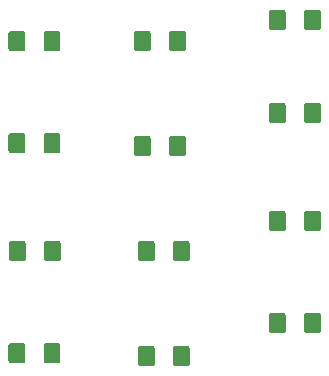
<source format=gbr>
G04 #@! TF.GenerationSoftware,KiCad,Pcbnew,5.0.2-bee76a0~70~ubuntu18.04.1*
G04 #@! TF.CreationDate,2019-02-08T11:17:56-07:00*
G04 #@! TF.ProjectId,driver,64726976-6572-42e6-9b69-6361645f7063,rev?*
G04 #@! TF.SameCoordinates,Original*
G04 #@! TF.FileFunction,Paste,Bot*
G04 #@! TF.FilePolarity,Positive*
%FSLAX46Y46*%
G04 Gerber Fmt 4.6, Leading zero omitted, Abs format (unit mm)*
G04 Created by KiCad (PCBNEW 5.0.2-bee76a0~70~ubuntu18.04.1) date Fri 08 Feb 2019 11:17:56 AM MST*
%MOMM*%
%LPD*%
G01*
G04 APERTURE LIST*
%ADD10C,0.100000*%
%ADD11C,1.425000*%
G04 APERTURE END LIST*
D10*
G04 #@! TO.C,R4*
G36*
X99764504Y-134762204D02*
X99788773Y-134765804D01*
X99812571Y-134771765D01*
X99835671Y-134780030D01*
X99857849Y-134790520D01*
X99878893Y-134803133D01*
X99898598Y-134817747D01*
X99916777Y-134834223D01*
X99933253Y-134852402D01*
X99947867Y-134872107D01*
X99960480Y-134893151D01*
X99970970Y-134915329D01*
X99979235Y-134938429D01*
X99985196Y-134962227D01*
X99988796Y-134986496D01*
X99990000Y-135011000D01*
X99990000Y-136261000D01*
X99988796Y-136285504D01*
X99985196Y-136309773D01*
X99979235Y-136333571D01*
X99970970Y-136356671D01*
X99960480Y-136378849D01*
X99947867Y-136399893D01*
X99933253Y-136419598D01*
X99916777Y-136437777D01*
X99898598Y-136454253D01*
X99878893Y-136468867D01*
X99857849Y-136481480D01*
X99835671Y-136491970D01*
X99812571Y-136500235D01*
X99788773Y-136506196D01*
X99764504Y-136509796D01*
X99740000Y-136511000D01*
X98815000Y-136511000D01*
X98790496Y-136509796D01*
X98766227Y-136506196D01*
X98742429Y-136500235D01*
X98719329Y-136491970D01*
X98697151Y-136481480D01*
X98676107Y-136468867D01*
X98656402Y-136454253D01*
X98638223Y-136437777D01*
X98621747Y-136419598D01*
X98607133Y-136399893D01*
X98594520Y-136378849D01*
X98584030Y-136356671D01*
X98575765Y-136333571D01*
X98569804Y-136309773D01*
X98566204Y-136285504D01*
X98565000Y-136261000D01*
X98565000Y-135011000D01*
X98566204Y-134986496D01*
X98569804Y-134962227D01*
X98575765Y-134938429D01*
X98584030Y-134915329D01*
X98594520Y-134893151D01*
X98607133Y-134872107D01*
X98621747Y-134852402D01*
X98638223Y-134834223D01*
X98656402Y-134817747D01*
X98676107Y-134803133D01*
X98697151Y-134790520D01*
X98719329Y-134780030D01*
X98742429Y-134771765D01*
X98766227Y-134765804D01*
X98790496Y-134762204D01*
X98815000Y-134761000D01*
X99740000Y-134761000D01*
X99764504Y-134762204D01*
X99764504Y-134762204D01*
G37*
D11*
X99277500Y-135636000D03*
D10*
G36*
X96789504Y-134762204D02*
X96813773Y-134765804D01*
X96837571Y-134771765D01*
X96860671Y-134780030D01*
X96882849Y-134790520D01*
X96903893Y-134803133D01*
X96923598Y-134817747D01*
X96941777Y-134834223D01*
X96958253Y-134852402D01*
X96972867Y-134872107D01*
X96985480Y-134893151D01*
X96995970Y-134915329D01*
X97004235Y-134938429D01*
X97010196Y-134962227D01*
X97013796Y-134986496D01*
X97015000Y-135011000D01*
X97015000Y-136261000D01*
X97013796Y-136285504D01*
X97010196Y-136309773D01*
X97004235Y-136333571D01*
X96995970Y-136356671D01*
X96985480Y-136378849D01*
X96972867Y-136399893D01*
X96958253Y-136419598D01*
X96941777Y-136437777D01*
X96923598Y-136454253D01*
X96903893Y-136468867D01*
X96882849Y-136481480D01*
X96860671Y-136491970D01*
X96837571Y-136500235D01*
X96813773Y-136506196D01*
X96789504Y-136509796D01*
X96765000Y-136511000D01*
X95840000Y-136511000D01*
X95815496Y-136509796D01*
X95791227Y-136506196D01*
X95767429Y-136500235D01*
X95744329Y-136491970D01*
X95722151Y-136481480D01*
X95701107Y-136468867D01*
X95681402Y-136454253D01*
X95663223Y-136437777D01*
X95646747Y-136419598D01*
X95632133Y-136399893D01*
X95619520Y-136378849D01*
X95609030Y-136356671D01*
X95600765Y-136333571D01*
X95594804Y-136309773D01*
X95591204Y-136285504D01*
X95590000Y-136261000D01*
X95590000Y-135011000D01*
X95591204Y-134986496D01*
X95594804Y-134962227D01*
X95600765Y-134938429D01*
X95609030Y-134915329D01*
X95619520Y-134893151D01*
X95632133Y-134872107D01*
X95646747Y-134852402D01*
X95663223Y-134834223D01*
X95681402Y-134817747D01*
X95701107Y-134803133D01*
X95722151Y-134790520D01*
X95744329Y-134780030D01*
X95767429Y-134771765D01*
X95791227Y-134765804D01*
X95815496Y-134762204D01*
X95840000Y-134761000D01*
X96765000Y-134761000D01*
X96789504Y-134762204D01*
X96789504Y-134762204D01*
G37*
D11*
X96302500Y-135636000D03*
G04 #@! TD*
D10*
G04 #@! TO.C,R5*
G36*
X107748004Y-135016204D02*
X107772273Y-135019804D01*
X107796071Y-135025765D01*
X107819171Y-135034030D01*
X107841349Y-135044520D01*
X107862393Y-135057133D01*
X107882098Y-135071747D01*
X107900277Y-135088223D01*
X107916753Y-135106402D01*
X107931367Y-135126107D01*
X107943980Y-135147151D01*
X107954470Y-135169329D01*
X107962735Y-135192429D01*
X107968696Y-135216227D01*
X107972296Y-135240496D01*
X107973500Y-135265000D01*
X107973500Y-136515000D01*
X107972296Y-136539504D01*
X107968696Y-136563773D01*
X107962735Y-136587571D01*
X107954470Y-136610671D01*
X107943980Y-136632849D01*
X107931367Y-136653893D01*
X107916753Y-136673598D01*
X107900277Y-136691777D01*
X107882098Y-136708253D01*
X107862393Y-136722867D01*
X107841349Y-136735480D01*
X107819171Y-136745970D01*
X107796071Y-136754235D01*
X107772273Y-136760196D01*
X107748004Y-136763796D01*
X107723500Y-136765000D01*
X106798500Y-136765000D01*
X106773996Y-136763796D01*
X106749727Y-136760196D01*
X106725929Y-136754235D01*
X106702829Y-136745970D01*
X106680651Y-136735480D01*
X106659607Y-136722867D01*
X106639902Y-136708253D01*
X106621723Y-136691777D01*
X106605247Y-136673598D01*
X106590633Y-136653893D01*
X106578020Y-136632849D01*
X106567530Y-136610671D01*
X106559265Y-136587571D01*
X106553304Y-136563773D01*
X106549704Y-136539504D01*
X106548500Y-136515000D01*
X106548500Y-135265000D01*
X106549704Y-135240496D01*
X106553304Y-135216227D01*
X106559265Y-135192429D01*
X106567530Y-135169329D01*
X106578020Y-135147151D01*
X106590633Y-135126107D01*
X106605247Y-135106402D01*
X106621723Y-135088223D01*
X106639902Y-135071747D01*
X106659607Y-135057133D01*
X106680651Y-135044520D01*
X106702829Y-135034030D01*
X106725929Y-135025765D01*
X106749727Y-135019804D01*
X106773996Y-135016204D01*
X106798500Y-135015000D01*
X107723500Y-135015000D01*
X107748004Y-135016204D01*
X107748004Y-135016204D01*
G37*
D11*
X107261000Y-135890000D03*
D10*
G36*
X110723004Y-135016204D02*
X110747273Y-135019804D01*
X110771071Y-135025765D01*
X110794171Y-135034030D01*
X110816349Y-135044520D01*
X110837393Y-135057133D01*
X110857098Y-135071747D01*
X110875277Y-135088223D01*
X110891753Y-135106402D01*
X110906367Y-135126107D01*
X110918980Y-135147151D01*
X110929470Y-135169329D01*
X110937735Y-135192429D01*
X110943696Y-135216227D01*
X110947296Y-135240496D01*
X110948500Y-135265000D01*
X110948500Y-136515000D01*
X110947296Y-136539504D01*
X110943696Y-136563773D01*
X110937735Y-136587571D01*
X110929470Y-136610671D01*
X110918980Y-136632849D01*
X110906367Y-136653893D01*
X110891753Y-136673598D01*
X110875277Y-136691777D01*
X110857098Y-136708253D01*
X110837393Y-136722867D01*
X110816349Y-136735480D01*
X110794171Y-136745970D01*
X110771071Y-136754235D01*
X110747273Y-136760196D01*
X110723004Y-136763796D01*
X110698500Y-136765000D01*
X109773500Y-136765000D01*
X109748996Y-136763796D01*
X109724727Y-136760196D01*
X109700929Y-136754235D01*
X109677829Y-136745970D01*
X109655651Y-136735480D01*
X109634607Y-136722867D01*
X109614902Y-136708253D01*
X109596723Y-136691777D01*
X109580247Y-136673598D01*
X109565633Y-136653893D01*
X109553020Y-136632849D01*
X109542530Y-136610671D01*
X109534265Y-136587571D01*
X109528304Y-136563773D01*
X109524704Y-136539504D01*
X109523500Y-136515000D01*
X109523500Y-135265000D01*
X109524704Y-135240496D01*
X109528304Y-135216227D01*
X109534265Y-135192429D01*
X109542530Y-135169329D01*
X109553020Y-135147151D01*
X109565633Y-135126107D01*
X109580247Y-135106402D01*
X109596723Y-135088223D01*
X109614902Y-135071747D01*
X109634607Y-135057133D01*
X109655651Y-135044520D01*
X109677829Y-135034030D01*
X109700929Y-135025765D01*
X109724727Y-135019804D01*
X109748996Y-135016204D01*
X109773500Y-135015000D01*
X110698500Y-135015000D01*
X110723004Y-135016204D01*
X110723004Y-135016204D01*
G37*
D11*
X110236000Y-135890000D03*
G04 #@! TD*
D10*
G04 #@! TO.C,R6*
G36*
X121826004Y-132222204D02*
X121850273Y-132225804D01*
X121874071Y-132231765D01*
X121897171Y-132240030D01*
X121919349Y-132250520D01*
X121940393Y-132263133D01*
X121960098Y-132277747D01*
X121978277Y-132294223D01*
X121994753Y-132312402D01*
X122009367Y-132332107D01*
X122021980Y-132353151D01*
X122032470Y-132375329D01*
X122040735Y-132398429D01*
X122046696Y-132422227D01*
X122050296Y-132446496D01*
X122051500Y-132471000D01*
X122051500Y-133721000D01*
X122050296Y-133745504D01*
X122046696Y-133769773D01*
X122040735Y-133793571D01*
X122032470Y-133816671D01*
X122021980Y-133838849D01*
X122009367Y-133859893D01*
X121994753Y-133879598D01*
X121978277Y-133897777D01*
X121960098Y-133914253D01*
X121940393Y-133928867D01*
X121919349Y-133941480D01*
X121897171Y-133951970D01*
X121874071Y-133960235D01*
X121850273Y-133966196D01*
X121826004Y-133969796D01*
X121801500Y-133971000D01*
X120876500Y-133971000D01*
X120851996Y-133969796D01*
X120827727Y-133966196D01*
X120803929Y-133960235D01*
X120780829Y-133951970D01*
X120758651Y-133941480D01*
X120737607Y-133928867D01*
X120717902Y-133914253D01*
X120699723Y-133897777D01*
X120683247Y-133879598D01*
X120668633Y-133859893D01*
X120656020Y-133838849D01*
X120645530Y-133816671D01*
X120637265Y-133793571D01*
X120631304Y-133769773D01*
X120627704Y-133745504D01*
X120626500Y-133721000D01*
X120626500Y-132471000D01*
X120627704Y-132446496D01*
X120631304Y-132422227D01*
X120637265Y-132398429D01*
X120645530Y-132375329D01*
X120656020Y-132353151D01*
X120668633Y-132332107D01*
X120683247Y-132312402D01*
X120699723Y-132294223D01*
X120717902Y-132277747D01*
X120737607Y-132263133D01*
X120758651Y-132250520D01*
X120780829Y-132240030D01*
X120803929Y-132231765D01*
X120827727Y-132225804D01*
X120851996Y-132222204D01*
X120876500Y-132221000D01*
X121801500Y-132221000D01*
X121826004Y-132222204D01*
X121826004Y-132222204D01*
G37*
D11*
X121339000Y-133096000D03*
D10*
G36*
X118851004Y-132222204D02*
X118875273Y-132225804D01*
X118899071Y-132231765D01*
X118922171Y-132240030D01*
X118944349Y-132250520D01*
X118965393Y-132263133D01*
X118985098Y-132277747D01*
X119003277Y-132294223D01*
X119019753Y-132312402D01*
X119034367Y-132332107D01*
X119046980Y-132353151D01*
X119057470Y-132375329D01*
X119065735Y-132398429D01*
X119071696Y-132422227D01*
X119075296Y-132446496D01*
X119076500Y-132471000D01*
X119076500Y-133721000D01*
X119075296Y-133745504D01*
X119071696Y-133769773D01*
X119065735Y-133793571D01*
X119057470Y-133816671D01*
X119046980Y-133838849D01*
X119034367Y-133859893D01*
X119019753Y-133879598D01*
X119003277Y-133897777D01*
X118985098Y-133914253D01*
X118965393Y-133928867D01*
X118944349Y-133941480D01*
X118922171Y-133951970D01*
X118899071Y-133960235D01*
X118875273Y-133966196D01*
X118851004Y-133969796D01*
X118826500Y-133971000D01*
X117901500Y-133971000D01*
X117876996Y-133969796D01*
X117852727Y-133966196D01*
X117828929Y-133960235D01*
X117805829Y-133951970D01*
X117783651Y-133941480D01*
X117762607Y-133928867D01*
X117742902Y-133914253D01*
X117724723Y-133897777D01*
X117708247Y-133879598D01*
X117693633Y-133859893D01*
X117681020Y-133838849D01*
X117670530Y-133816671D01*
X117662265Y-133793571D01*
X117656304Y-133769773D01*
X117652704Y-133745504D01*
X117651500Y-133721000D01*
X117651500Y-132471000D01*
X117652704Y-132446496D01*
X117656304Y-132422227D01*
X117662265Y-132398429D01*
X117670530Y-132375329D01*
X117681020Y-132353151D01*
X117693633Y-132332107D01*
X117708247Y-132312402D01*
X117724723Y-132294223D01*
X117742902Y-132277747D01*
X117762607Y-132263133D01*
X117783651Y-132250520D01*
X117805829Y-132240030D01*
X117828929Y-132231765D01*
X117852727Y-132225804D01*
X117876996Y-132222204D01*
X117901500Y-132221000D01*
X118826500Y-132221000D01*
X118851004Y-132222204D01*
X118851004Y-132222204D01*
G37*
D11*
X118364000Y-133096000D03*
G04 #@! TD*
D10*
G04 #@! TO.C,R9*
G36*
X96826004Y-126126204D02*
X96850273Y-126129804D01*
X96874071Y-126135765D01*
X96897171Y-126144030D01*
X96919349Y-126154520D01*
X96940393Y-126167133D01*
X96960098Y-126181747D01*
X96978277Y-126198223D01*
X96994753Y-126216402D01*
X97009367Y-126236107D01*
X97021980Y-126257151D01*
X97032470Y-126279329D01*
X97040735Y-126302429D01*
X97046696Y-126326227D01*
X97050296Y-126350496D01*
X97051500Y-126375000D01*
X97051500Y-127625000D01*
X97050296Y-127649504D01*
X97046696Y-127673773D01*
X97040735Y-127697571D01*
X97032470Y-127720671D01*
X97021980Y-127742849D01*
X97009367Y-127763893D01*
X96994753Y-127783598D01*
X96978277Y-127801777D01*
X96960098Y-127818253D01*
X96940393Y-127832867D01*
X96919349Y-127845480D01*
X96897171Y-127855970D01*
X96874071Y-127864235D01*
X96850273Y-127870196D01*
X96826004Y-127873796D01*
X96801500Y-127875000D01*
X95876500Y-127875000D01*
X95851996Y-127873796D01*
X95827727Y-127870196D01*
X95803929Y-127864235D01*
X95780829Y-127855970D01*
X95758651Y-127845480D01*
X95737607Y-127832867D01*
X95717902Y-127818253D01*
X95699723Y-127801777D01*
X95683247Y-127783598D01*
X95668633Y-127763893D01*
X95656020Y-127742849D01*
X95645530Y-127720671D01*
X95637265Y-127697571D01*
X95631304Y-127673773D01*
X95627704Y-127649504D01*
X95626500Y-127625000D01*
X95626500Y-126375000D01*
X95627704Y-126350496D01*
X95631304Y-126326227D01*
X95637265Y-126302429D01*
X95645530Y-126279329D01*
X95656020Y-126257151D01*
X95668633Y-126236107D01*
X95683247Y-126216402D01*
X95699723Y-126198223D01*
X95717902Y-126181747D01*
X95737607Y-126167133D01*
X95758651Y-126154520D01*
X95780829Y-126144030D01*
X95803929Y-126135765D01*
X95827727Y-126129804D01*
X95851996Y-126126204D01*
X95876500Y-126125000D01*
X96801500Y-126125000D01*
X96826004Y-126126204D01*
X96826004Y-126126204D01*
G37*
D11*
X96339000Y-127000000D03*
D10*
G36*
X99801004Y-126126204D02*
X99825273Y-126129804D01*
X99849071Y-126135765D01*
X99872171Y-126144030D01*
X99894349Y-126154520D01*
X99915393Y-126167133D01*
X99935098Y-126181747D01*
X99953277Y-126198223D01*
X99969753Y-126216402D01*
X99984367Y-126236107D01*
X99996980Y-126257151D01*
X100007470Y-126279329D01*
X100015735Y-126302429D01*
X100021696Y-126326227D01*
X100025296Y-126350496D01*
X100026500Y-126375000D01*
X100026500Y-127625000D01*
X100025296Y-127649504D01*
X100021696Y-127673773D01*
X100015735Y-127697571D01*
X100007470Y-127720671D01*
X99996980Y-127742849D01*
X99984367Y-127763893D01*
X99969753Y-127783598D01*
X99953277Y-127801777D01*
X99935098Y-127818253D01*
X99915393Y-127832867D01*
X99894349Y-127845480D01*
X99872171Y-127855970D01*
X99849071Y-127864235D01*
X99825273Y-127870196D01*
X99801004Y-127873796D01*
X99776500Y-127875000D01*
X98851500Y-127875000D01*
X98826996Y-127873796D01*
X98802727Y-127870196D01*
X98778929Y-127864235D01*
X98755829Y-127855970D01*
X98733651Y-127845480D01*
X98712607Y-127832867D01*
X98692902Y-127818253D01*
X98674723Y-127801777D01*
X98658247Y-127783598D01*
X98643633Y-127763893D01*
X98631020Y-127742849D01*
X98620530Y-127720671D01*
X98612265Y-127697571D01*
X98606304Y-127673773D01*
X98602704Y-127649504D01*
X98601500Y-127625000D01*
X98601500Y-126375000D01*
X98602704Y-126350496D01*
X98606304Y-126326227D01*
X98612265Y-126302429D01*
X98620530Y-126279329D01*
X98631020Y-126257151D01*
X98643633Y-126236107D01*
X98658247Y-126216402D01*
X98674723Y-126198223D01*
X98692902Y-126181747D01*
X98712607Y-126167133D01*
X98733651Y-126154520D01*
X98755829Y-126144030D01*
X98778929Y-126135765D01*
X98802727Y-126129804D01*
X98826996Y-126126204D01*
X98851500Y-126125000D01*
X99776500Y-126125000D01*
X99801004Y-126126204D01*
X99801004Y-126126204D01*
G37*
D11*
X99314000Y-127000000D03*
G04 #@! TD*
D10*
G04 #@! TO.C,R10*
G36*
X107748004Y-126126204D02*
X107772273Y-126129804D01*
X107796071Y-126135765D01*
X107819171Y-126144030D01*
X107841349Y-126154520D01*
X107862393Y-126167133D01*
X107882098Y-126181747D01*
X107900277Y-126198223D01*
X107916753Y-126216402D01*
X107931367Y-126236107D01*
X107943980Y-126257151D01*
X107954470Y-126279329D01*
X107962735Y-126302429D01*
X107968696Y-126326227D01*
X107972296Y-126350496D01*
X107973500Y-126375000D01*
X107973500Y-127625000D01*
X107972296Y-127649504D01*
X107968696Y-127673773D01*
X107962735Y-127697571D01*
X107954470Y-127720671D01*
X107943980Y-127742849D01*
X107931367Y-127763893D01*
X107916753Y-127783598D01*
X107900277Y-127801777D01*
X107882098Y-127818253D01*
X107862393Y-127832867D01*
X107841349Y-127845480D01*
X107819171Y-127855970D01*
X107796071Y-127864235D01*
X107772273Y-127870196D01*
X107748004Y-127873796D01*
X107723500Y-127875000D01*
X106798500Y-127875000D01*
X106773996Y-127873796D01*
X106749727Y-127870196D01*
X106725929Y-127864235D01*
X106702829Y-127855970D01*
X106680651Y-127845480D01*
X106659607Y-127832867D01*
X106639902Y-127818253D01*
X106621723Y-127801777D01*
X106605247Y-127783598D01*
X106590633Y-127763893D01*
X106578020Y-127742849D01*
X106567530Y-127720671D01*
X106559265Y-127697571D01*
X106553304Y-127673773D01*
X106549704Y-127649504D01*
X106548500Y-127625000D01*
X106548500Y-126375000D01*
X106549704Y-126350496D01*
X106553304Y-126326227D01*
X106559265Y-126302429D01*
X106567530Y-126279329D01*
X106578020Y-126257151D01*
X106590633Y-126236107D01*
X106605247Y-126216402D01*
X106621723Y-126198223D01*
X106639902Y-126181747D01*
X106659607Y-126167133D01*
X106680651Y-126154520D01*
X106702829Y-126144030D01*
X106725929Y-126135765D01*
X106749727Y-126129804D01*
X106773996Y-126126204D01*
X106798500Y-126125000D01*
X107723500Y-126125000D01*
X107748004Y-126126204D01*
X107748004Y-126126204D01*
G37*
D11*
X107261000Y-127000000D03*
D10*
G36*
X110723004Y-126126204D02*
X110747273Y-126129804D01*
X110771071Y-126135765D01*
X110794171Y-126144030D01*
X110816349Y-126154520D01*
X110837393Y-126167133D01*
X110857098Y-126181747D01*
X110875277Y-126198223D01*
X110891753Y-126216402D01*
X110906367Y-126236107D01*
X110918980Y-126257151D01*
X110929470Y-126279329D01*
X110937735Y-126302429D01*
X110943696Y-126326227D01*
X110947296Y-126350496D01*
X110948500Y-126375000D01*
X110948500Y-127625000D01*
X110947296Y-127649504D01*
X110943696Y-127673773D01*
X110937735Y-127697571D01*
X110929470Y-127720671D01*
X110918980Y-127742849D01*
X110906367Y-127763893D01*
X110891753Y-127783598D01*
X110875277Y-127801777D01*
X110857098Y-127818253D01*
X110837393Y-127832867D01*
X110816349Y-127845480D01*
X110794171Y-127855970D01*
X110771071Y-127864235D01*
X110747273Y-127870196D01*
X110723004Y-127873796D01*
X110698500Y-127875000D01*
X109773500Y-127875000D01*
X109748996Y-127873796D01*
X109724727Y-127870196D01*
X109700929Y-127864235D01*
X109677829Y-127855970D01*
X109655651Y-127845480D01*
X109634607Y-127832867D01*
X109614902Y-127818253D01*
X109596723Y-127801777D01*
X109580247Y-127783598D01*
X109565633Y-127763893D01*
X109553020Y-127742849D01*
X109542530Y-127720671D01*
X109534265Y-127697571D01*
X109528304Y-127673773D01*
X109524704Y-127649504D01*
X109523500Y-127625000D01*
X109523500Y-126375000D01*
X109524704Y-126350496D01*
X109528304Y-126326227D01*
X109534265Y-126302429D01*
X109542530Y-126279329D01*
X109553020Y-126257151D01*
X109565633Y-126236107D01*
X109580247Y-126216402D01*
X109596723Y-126198223D01*
X109614902Y-126181747D01*
X109634607Y-126167133D01*
X109655651Y-126154520D01*
X109677829Y-126144030D01*
X109700929Y-126135765D01*
X109724727Y-126129804D01*
X109748996Y-126126204D01*
X109773500Y-126125000D01*
X110698500Y-126125000D01*
X110723004Y-126126204D01*
X110723004Y-126126204D01*
G37*
D11*
X110236000Y-127000000D03*
G04 #@! TD*
D10*
G04 #@! TO.C,R11*
G36*
X121826004Y-123586204D02*
X121850273Y-123589804D01*
X121874071Y-123595765D01*
X121897171Y-123604030D01*
X121919349Y-123614520D01*
X121940393Y-123627133D01*
X121960098Y-123641747D01*
X121978277Y-123658223D01*
X121994753Y-123676402D01*
X122009367Y-123696107D01*
X122021980Y-123717151D01*
X122032470Y-123739329D01*
X122040735Y-123762429D01*
X122046696Y-123786227D01*
X122050296Y-123810496D01*
X122051500Y-123835000D01*
X122051500Y-125085000D01*
X122050296Y-125109504D01*
X122046696Y-125133773D01*
X122040735Y-125157571D01*
X122032470Y-125180671D01*
X122021980Y-125202849D01*
X122009367Y-125223893D01*
X121994753Y-125243598D01*
X121978277Y-125261777D01*
X121960098Y-125278253D01*
X121940393Y-125292867D01*
X121919349Y-125305480D01*
X121897171Y-125315970D01*
X121874071Y-125324235D01*
X121850273Y-125330196D01*
X121826004Y-125333796D01*
X121801500Y-125335000D01*
X120876500Y-125335000D01*
X120851996Y-125333796D01*
X120827727Y-125330196D01*
X120803929Y-125324235D01*
X120780829Y-125315970D01*
X120758651Y-125305480D01*
X120737607Y-125292867D01*
X120717902Y-125278253D01*
X120699723Y-125261777D01*
X120683247Y-125243598D01*
X120668633Y-125223893D01*
X120656020Y-125202849D01*
X120645530Y-125180671D01*
X120637265Y-125157571D01*
X120631304Y-125133773D01*
X120627704Y-125109504D01*
X120626500Y-125085000D01*
X120626500Y-123835000D01*
X120627704Y-123810496D01*
X120631304Y-123786227D01*
X120637265Y-123762429D01*
X120645530Y-123739329D01*
X120656020Y-123717151D01*
X120668633Y-123696107D01*
X120683247Y-123676402D01*
X120699723Y-123658223D01*
X120717902Y-123641747D01*
X120737607Y-123627133D01*
X120758651Y-123614520D01*
X120780829Y-123604030D01*
X120803929Y-123595765D01*
X120827727Y-123589804D01*
X120851996Y-123586204D01*
X120876500Y-123585000D01*
X121801500Y-123585000D01*
X121826004Y-123586204D01*
X121826004Y-123586204D01*
G37*
D11*
X121339000Y-124460000D03*
D10*
G36*
X118851004Y-123586204D02*
X118875273Y-123589804D01*
X118899071Y-123595765D01*
X118922171Y-123604030D01*
X118944349Y-123614520D01*
X118965393Y-123627133D01*
X118985098Y-123641747D01*
X119003277Y-123658223D01*
X119019753Y-123676402D01*
X119034367Y-123696107D01*
X119046980Y-123717151D01*
X119057470Y-123739329D01*
X119065735Y-123762429D01*
X119071696Y-123786227D01*
X119075296Y-123810496D01*
X119076500Y-123835000D01*
X119076500Y-125085000D01*
X119075296Y-125109504D01*
X119071696Y-125133773D01*
X119065735Y-125157571D01*
X119057470Y-125180671D01*
X119046980Y-125202849D01*
X119034367Y-125223893D01*
X119019753Y-125243598D01*
X119003277Y-125261777D01*
X118985098Y-125278253D01*
X118965393Y-125292867D01*
X118944349Y-125305480D01*
X118922171Y-125315970D01*
X118899071Y-125324235D01*
X118875273Y-125330196D01*
X118851004Y-125333796D01*
X118826500Y-125335000D01*
X117901500Y-125335000D01*
X117876996Y-125333796D01*
X117852727Y-125330196D01*
X117828929Y-125324235D01*
X117805829Y-125315970D01*
X117783651Y-125305480D01*
X117762607Y-125292867D01*
X117742902Y-125278253D01*
X117724723Y-125261777D01*
X117708247Y-125243598D01*
X117693633Y-125223893D01*
X117681020Y-125202849D01*
X117670530Y-125180671D01*
X117662265Y-125157571D01*
X117656304Y-125133773D01*
X117652704Y-125109504D01*
X117651500Y-125085000D01*
X117651500Y-123835000D01*
X117652704Y-123810496D01*
X117656304Y-123786227D01*
X117662265Y-123762429D01*
X117670530Y-123739329D01*
X117681020Y-123717151D01*
X117693633Y-123696107D01*
X117708247Y-123676402D01*
X117724723Y-123658223D01*
X117742902Y-123641747D01*
X117762607Y-123627133D01*
X117783651Y-123614520D01*
X117805829Y-123604030D01*
X117828929Y-123595765D01*
X117852727Y-123589804D01*
X117876996Y-123586204D01*
X117901500Y-123585000D01*
X118826500Y-123585000D01*
X118851004Y-123586204D01*
X118851004Y-123586204D01*
G37*
D11*
X118364000Y-124460000D03*
G04 #@! TD*
D10*
G04 #@! TO.C,R12*
G36*
X96789504Y-116982204D02*
X96813773Y-116985804D01*
X96837571Y-116991765D01*
X96860671Y-117000030D01*
X96882849Y-117010520D01*
X96903893Y-117023133D01*
X96923598Y-117037747D01*
X96941777Y-117054223D01*
X96958253Y-117072402D01*
X96972867Y-117092107D01*
X96985480Y-117113151D01*
X96995970Y-117135329D01*
X97004235Y-117158429D01*
X97010196Y-117182227D01*
X97013796Y-117206496D01*
X97015000Y-117231000D01*
X97015000Y-118481000D01*
X97013796Y-118505504D01*
X97010196Y-118529773D01*
X97004235Y-118553571D01*
X96995970Y-118576671D01*
X96985480Y-118598849D01*
X96972867Y-118619893D01*
X96958253Y-118639598D01*
X96941777Y-118657777D01*
X96923598Y-118674253D01*
X96903893Y-118688867D01*
X96882849Y-118701480D01*
X96860671Y-118711970D01*
X96837571Y-118720235D01*
X96813773Y-118726196D01*
X96789504Y-118729796D01*
X96765000Y-118731000D01*
X95840000Y-118731000D01*
X95815496Y-118729796D01*
X95791227Y-118726196D01*
X95767429Y-118720235D01*
X95744329Y-118711970D01*
X95722151Y-118701480D01*
X95701107Y-118688867D01*
X95681402Y-118674253D01*
X95663223Y-118657777D01*
X95646747Y-118639598D01*
X95632133Y-118619893D01*
X95619520Y-118598849D01*
X95609030Y-118576671D01*
X95600765Y-118553571D01*
X95594804Y-118529773D01*
X95591204Y-118505504D01*
X95590000Y-118481000D01*
X95590000Y-117231000D01*
X95591204Y-117206496D01*
X95594804Y-117182227D01*
X95600765Y-117158429D01*
X95609030Y-117135329D01*
X95619520Y-117113151D01*
X95632133Y-117092107D01*
X95646747Y-117072402D01*
X95663223Y-117054223D01*
X95681402Y-117037747D01*
X95701107Y-117023133D01*
X95722151Y-117010520D01*
X95744329Y-117000030D01*
X95767429Y-116991765D01*
X95791227Y-116985804D01*
X95815496Y-116982204D01*
X95840000Y-116981000D01*
X96765000Y-116981000D01*
X96789504Y-116982204D01*
X96789504Y-116982204D01*
G37*
D11*
X96302500Y-117856000D03*
D10*
G36*
X99764504Y-116982204D02*
X99788773Y-116985804D01*
X99812571Y-116991765D01*
X99835671Y-117000030D01*
X99857849Y-117010520D01*
X99878893Y-117023133D01*
X99898598Y-117037747D01*
X99916777Y-117054223D01*
X99933253Y-117072402D01*
X99947867Y-117092107D01*
X99960480Y-117113151D01*
X99970970Y-117135329D01*
X99979235Y-117158429D01*
X99985196Y-117182227D01*
X99988796Y-117206496D01*
X99990000Y-117231000D01*
X99990000Y-118481000D01*
X99988796Y-118505504D01*
X99985196Y-118529773D01*
X99979235Y-118553571D01*
X99970970Y-118576671D01*
X99960480Y-118598849D01*
X99947867Y-118619893D01*
X99933253Y-118639598D01*
X99916777Y-118657777D01*
X99898598Y-118674253D01*
X99878893Y-118688867D01*
X99857849Y-118701480D01*
X99835671Y-118711970D01*
X99812571Y-118720235D01*
X99788773Y-118726196D01*
X99764504Y-118729796D01*
X99740000Y-118731000D01*
X98815000Y-118731000D01*
X98790496Y-118729796D01*
X98766227Y-118726196D01*
X98742429Y-118720235D01*
X98719329Y-118711970D01*
X98697151Y-118701480D01*
X98676107Y-118688867D01*
X98656402Y-118674253D01*
X98638223Y-118657777D01*
X98621747Y-118639598D01*
X98607133Y-118619893D01*
X98594520Y-118598849D01*
X98584030Y-118576671D01*
X98575765Y-118553571D01*
X98569804Y-118529773D01*
X98566204Y-118505504D01*
X98565000Y-118481000D01*
X98565000Y-117231000D01*
X98566204Y-117206496D01*
X98569804Y-117182227D01*
X98575765Y-117158429D01*
X98584030Y-117135329D01*
X98594520Y-117113151D01*
X98607133Y-117092107D01*
X98621747Y-117072402D01*
X98638223Y-117054223D01*
X98656402Y-117037747D01*
X98676107Y-117023133D01*
X98697151Y-117010520D01*
X98719329Y-117000030D01*
X98742429Y-116991765D01*
X98766227Y-116985804D01*
X98790496Y-116982204D01*
X98815000Y-116981000D01*
X99740000Y-116981000D01*
X99764504Y-116982204D01*
X99764504Y-116982204D01*
G37*
D11*
X99277500Y-117856000D03*
G04 #@! TD*
D10*
G04 #@! TO.C,R13*
G36*
X110396004Y-117236204D02*
X110420273Y-117239804D01*
X110444071Y-117245765D01*
X110467171Y-117254030D01*
X110489349Y-117264520D01*
X110510393Y-117277133D01*
X110530098Y-117291747D01*
X110548277Y-117308223D01*
X110564753Y-117326402D01*
X110579367Y-117346107D01*
X110591980Y-117367151D01*
X110602470Y-117389329D01*
X110610735Y-117412429D01*
X110616696Y-117436227D01*
X110620296Y-117460496D01*
X110621500Y-117485000D01*
X110621500Y-118735000D01*
X110620296Y-118759504D01*
X110616696Y-118783773D01*
X110610735Y-118807571D01*
X110602470Y-118830671D01*
X110591980Y-118852849D01*
X110579367Y-118873893D01*
X110564753Y-118893598D01*
X110548277Y-118911777D01*
X110530098Y-118928253D01*
X110510393Y-118942867D01*
X110489349Y-118955480D01*
X110467171Y-118965970D01*
X110444071Y-118974235D01*
X110420273Y-118980196D01*
X110396004Y-118983796D01*
X110371500Y-118985000D01*
X109446500Y-118985000D01*
X109421996Y-118983796D01*
X109397727Y-118980196D01*
X109373929Y-118974235D01*
X109350829Y-118965970D01*
X109328651Y-118955480D01*
X109307607Y-118942867D01*
X109287902Y-118928253D01*
X109269723Y-118911777D01*
X109253247Y-118893598D01*
X109238633Y-118873893D01*
X109226020Y-118852849D01*
X109215530Y-118830671D01*
X109207265Y-118807571D01*
X109201304Y-118783773D01*
X109197704Y-118759504D01*
X109196500Y-118735000D01*
X109196500Y-117485000D01*
X109197704Y-117460496D01*
X109201304Y-117436227D01*
X109207265Y-117412429D01*
X109215530Y-117389329D01*
X109226020Y-117367151D01*
X109238633Y-117346107D01*
X109253247Y-117326402D01*
X109269723Y-117308223D01*
X109287902Y-117291747D01*
X109307607Y-117277133D01*
X109328651Y-117264520D01*
X109350829Y-117254030D01*
X109373929Y-117245765D01*
X109397727Y-117239804D01*
X109421996Y-117236204D01*
X109446500Y-117235000D01*
X110371500Y-117235000D01*
X110396004Y-117236204D01*
X110396004Y-117236204D01*
G37*
D11*
X109909000Y-118110000D03*
D10*
G36*
X107421004Y-117236204D02*
X107445273Y-117239804D01*
X107469071Y-117245765D01*
X107492171Y-117254030D01*
X107514349Y-117264520D01*
X107535393Y-117277133D01*
X107555098Y-117291747D01*
X107573277Y-117308223D01*
X107589753Y-117326402D01*
X107604367Y-117346107D01*
X107616980Y-117367151D01*
X107627470Y-117389329D01*
X107635735Y-117412429D01*
X107641696Y-117436227D01*
X107645296Y-117460496D01*
X107646500Y-117485000D01*
X107646500Y-118735000D01*
X107645296Y-118759504D01*
X107641696Y-118783773D01*
X107635735Y-118807571D01*
X107627470Y-118830671D01*
X107616980Y-118852849D01*
X107604367Y-118873893D01*
X107589753Y-118893598D01*
X107573277Y-118911777D01*
X107555098Y-118928253D01*
X107535393Y-118942867D01*
X107514349Y-118955480D01*
X107492171Y-118965970D01*
X107469071Y-118974235D01*
X107445273Y-118980196D01*
X107421004Y-118983796D01*
X107396500Y-118985000D01*
X106471500Y-118985000D01*
X106446996Y-118983796D01*
X106422727Y-118980196D01*
X106398929Y-118974235D01*
X106375829Y-118965970D01*
X106353651Y-118955480D01*
X106332607Y-118942867D01*
X106312902Y-118928253D01*
X106294723Y-118911777D01*
X106278247Y-118893598D01*
X106263633Y-118873893D01*
X106251020Y-118852849D01*
X106240530Y-118830671D01*
X106232265Y-118807571D01*
X106226304Y-118783773D01*
X106222704Y-118759504D01*
X106221500Y-118735000D01*
X106221500Y-117485000D01*
X106222704Y-117460496D01*
X106226304Y-117436227D01*
X106232265Y-117412429D01*
X106240530Y-117389329D01*
X106251020Y-117367151D01*
X106263633Y-117346107D01*
X106278247Y-117326402D01*
X106294723Y-117308223D01*
X106312902Y-117291747D01*
X106332607Y-117277133D01*
X106353651Y-117264520D01*
X106375829Y-117254030D01*
X106398929Y-117245765D01*
X106422727Y-117239804D01*
X106446996Y-117236204D01*
X106471500Y-117235000D01*
X107396500Y-117235000D01*
X107421004Y-117236204D01*
X107421004Y-117236204D01*
G37*
D11*
X106934000Y-118110000D03*
G04 #@! TD*
D10*
G04 #@! TO.C,R18*
G36*
X121826004Y-106568204D02*
X121850273Y-106571804D01*
X121874071Y-106577765D01*
X121897171Y-106586030D01*
X121919349Y-106596520D01*
X121940393Y-106609133D01*
X121960098Y-106623747D01*
X121978277Y-106640223D01*
X121994753Y-106658402D01*
X122009367Y-106678107D01*
X122021980Y-106699151D01*
X122032470Y-106721329D01*
X122040735Y-106744429D01*
X122046696Y-106768227D01*
X122050296Y-106792496D01*
X122051500Y-106817000D01*
X122051500Y-108067000D01*
X122050296Y-108091504D01*
X122046696Y-108115773D01*
X122040735Y-108139571D01*
X122032470Y-108162671D01*
X122021980Y-108184849D01*
X122009367Y-108205893D01*
X121994753Y-108225598D01*
X121978277Y-108243777D01*
X121960098Y-108260253D01*
X121940393Y-108274867D01*
X121919349Y-108287480D01*
X121897171Y-108297970D01*
X121874071Y-108306235D01*
X121850273Y-108312196D01*
X121826004Y-108315796D01*
X121801500Y-108317000D01*
X120876500Y-108317000D01*
X120851996Y-108315796D01*
X120827727Y-108312196D01*
X120803929Y-108306235D01*
X120780829Y-108297970D01*
X120758651Y-108287480D01*
X120737607Y-108274867D01*
X120717902Y-108260253D01*
X120699723Y-108243777D01*
X120683247Y-108225598D01*
X120668633Y-108205893D01*
X120656020Y-108184849D01*
X120645530Y-108162671D01*
X120637265Y-108139571D01*
X120631304Y-108115773D01*
X120627704Y-108091504D01*
X120626500Y-108067000D01*
X120626500Y-106817000D01*
X120627704Y-106792496D01*
X120631304Y-106768227D01*
X120637265Y-106744429D01*
X120645530Y-106721329D01*
X120656020Y-106699151D01*
X120668633Y-106678107D01*
X120683247Y-106658402D01*
X120699723Y-106640223D01*
X120717902Y-106623747D01*
X120737607Y-106609133D01*
X120758651Y-106596520D01*
X120780829Y-106586030D01*
X120803929Y-106577765D01*
X120827727Y-106571804D01*
X120851996Y-106568204D01*
X120876500Y-106567000D01*
X121801500Y-106567000D01*
X121826004Y-106568204D01*
X121826004Y-106568204D01*
G37*
D11*
X121339000Y-107442000D03*
D10*
G36*
X118851004Y-106568204D02*
X118875273Y-106571804D01*
X118899071Y-106577765D01*
X118922171Y-106586030D01*
X118944349Y-106596520D01*
X118965393Y-106609133D01*
X118985098Y-106623747D01*
X119003277Y-106640223D01*
X119019753Y-106658402D01*
X119034367Y-106678107D01*
X119046980Y-106699151D01*
X119057470Y-106721329D01*
X119065735Y-106744429D01*
X119071696Y-106768227D01*
X119075296Y-106792496D01*
X119076500Y-106817000D01*
X119076500Y-108067000D01*
X119075296Y-108091504D01*
X119071696Y-108115773D01*
X119065735Y-108139571D01*
X119057470Y-108162671D01*
X119046980Y-108184849D01*
X119034367Y-108205893D01*
X119019753Y-108225598D01*
X119003277Y-108243777D01*
X118985098Y-108260253D01*
X118965393Y-108274867D01*
X118944349Y-108287480D01*
X118922171Y-108297970D01*
X118899071Y-108306235D01*
X118875273Y-108312196D01*
X118851004Y-108315796D01*
X118826500Y-108317000D01*
X117901500Y-108317000D01*
X117876996Y-108315796D01*
X117852727Y-108312196D01*
X117828929Y-108306235D01*
X117805829Y-108297970D01*
X117783651Y-108287480D01*
X117762607Y-108274867D01*
X117742902Y-108260253D01*
X117724723Y-108243777D01*
X117708247Y-108225598D01*
X117693633Y-108205893D01*
X117681020Y-108184849D01*
X117670530Y-108162671D01*
X117662265Y-108139571D01*
X117656304Y-108115773D01*
X117652704Y-108091504D01*
X117651500Y-108067000D01*
X117651500Y-106817000D01*
X117652704Y-106792496D01*
X117656304Y-106768227D01*
X117662265Y-106744429D01*
X117670530Y-106721329D01*
X117681020Y-106699151D01*
X117693633Y-106678107D01*
X117708247Y-106658402D01*
X117724723Y-106640223D01*
X117742902Y-106623747D01*
X117762607Y-106609133D01*
X117783651Y-106596520D01*
X117805829Y-106586030D01*
X117828929Y-106577765D01*
X117852727Y-106571804D01*
X117876996Y-106568204D01*
X117901500Y-106567000D01*
X118826500Y-106567000D01*
X118851004Y-106568204D01*
X118851004Y-106568204D01*
G37*
D11*
X118364000Y-107442000D03*
G04 #@! TD*
D10*
G04 #@! TO.C,R19*
G36*
X107421004Y-108346204D02*
X107445273Y-108349804D01*
X107469071Y-108355765D01*
X107492171Y-108364030D01*
X107514349Y-108374520D01*
X107535393Y-108387133D01*
X107555098Y-108401747D01*
X107573277Y-108418223D01*
X107589753Y-108436402D01*
X107604367Y-108456107D01*
X107616980Y-108477151D01*
X107627470Y-108499329D01*
X107635735Y-108522429D01*
X107641696Y-108546227D01*
X107645296Y-108570496D01*
X107646500Y-108595000D01*
X107646500Y-109845000D01*
X107645296Y-109869504D01*
X107641696Y-109893773D01*
X107635735Y-109917571D01*
X107627470Y-109940671D01*
X107616980Y-109962849D01*
X107604367Y-109983893D01*
X107589753Y-110003598D01*
X107573277Y-110021777D01*
X107555098Y-110038253D01*
X107535393Y-110052867D01*
X107514349Y-110065480D01*
X107492171Y-110075970D01*
X107469071Y-110084235D01*
X107445273Y-110090196D01*
X107421004Y-110093796D01*
X107396500Y-110095000D01*
X106471500Y-110095000D01*
X106446996Y-110093796D01*
X106422727Y-110090196D01*
X106398929Y-110084235D01*
X106375829Y-110075970D01*
X106353651Y-110065480D01*
X106332607Y-110052867D01*
X106312902Y-110038253D01*
X106294723Y-110021777D01*
X106278247Y-110003598D01*
X106263633Y-109983893D01*
X106251020Y-109962849D01*
X106240530Y-109940671D01*
X106232265Y-109917571D01*
X106226304Y-109893773D01*
X106222704Y-109869504D01*
X106221500Y-109845000D01*
X106221500Y-108595000D01*
X106222704Y-108570496D01*
X106226304Y-108546227D01*
X106232265Y-108522429D01*
X106240530Y-108499329D01*
X106251020Y-108477151D01*
X106263633Y-108456107D01*
X106278247Y-108436402D01*
X106294723Y-108418223D01*
X106312902Y-108401747D01*
X106332607Y-108387133D01*
X106353651Y-108374520D01*
X106375829Y-108364030D01*
X106398929Y-108355765D01*
X106422727Y-108349804D01*
X106446996Y-108346204D01*
X106471500Y-108345000D01*
X107396500Y-108345000D01*
X107421004Y-108346204D01*
X107421004Y-108346204D01*
G37*
D11*
X106934000Y-109220000D03*
D10*
G36*
X110396004Y-108346204D02*
X110420273Y-108349804D01*
X110444071Y-108355765D01*
X110467171Y-108364030D01*
X110489349Y-108374520D01*
X110510393Y-108387133D01*
X110530098Y-108401747D01*
X110548277Y-108418223D01*
X110564753Y-108436402D01*
X110579367Y-108456107D01*
X110591980Y-108477151D01*
X110602470Y-108499329D01*
X110610735Y-108522429D01*
X110616696Y-108546227D01*
X110620296Y-108570496D01*
X110621500Y-108595000D01*
X110621500Y-109845000D01*
X110620296Y-109869504D01*
X110616696Y-109893773D01*
X110610735Y-109917571D01*
X110602470Y-109940671D01*
X110591980Y-109962849D01*
X110579367Y-109983893D01*
X110564753Y-110003598D01*
X110548277Y-110021777D01*
X110530098Y-110038253D01*
X110510393Y-110052867D01*
X110489349Y-110065480D01*
X110467171Y-110075970D01*
X110444071Y-110084235D01*
X110420273Y-110090196D01*
X110396004Y-110093796D01*
X110371500Y-110095000D01*
X109446500Y-110095000D01*
X109421996Y-110093796D01*
X109397727Y-110090196D01*
X109373929Y-110084235D01*
X109350829Y-110075970D01*
X109328651Y-110065480D01*
X109307607Y-110052867D01*
X109287902Y-110038253D01*
X109269723Y-110021777D01*
X109253247Y-110003598D01*
X109238633Y-109983893D01*
X109226020Y-109962849D01*
X109215530Y-109940671D01*
X109207265Y-109917571D01*
X109201304Y-109893773D01*
X109197704Y-109869504D01*
X109196500Y-109845000D01*
X109196500Y-108595000D01*
X109197704Y-108570496D01*
X109201304Y-108546227D01*
X109207265Y-108522429D01*
X109215530Y-108499329D01*
X109226020Y-108477151D01*
X109238633Y-108456107D01*
X109253247Y-108436402D01*
X109269723Y-108418223D01*
X109287902Y-108401747D01*
X109307607Y-108387133D01*
X109328651Y-108374520D01*
X109350829Y-108364030D01*
X109373929Y-108355765D01*
X109397727Y-108349804D01*
X109421996Y-108346204D01*
X109446500Y-108345000D01*
X110371500Y-108345000D01*
X110396004Y-108346204D01*
X110396004Y-108346204D01*
G37*
D11*
X109909000Y-109220000D03*
G04 #@! TD*
D10*
G04 #@! TO.C,R20*
G36*
X99764504Y-108346204D02*
X99788773Y-108349804D01*
X99812571Y-108355765D01*
X99835671Y-108364030D01*
X99857849Y-108374520D01*
X99878893Y-108387133D01*
X99898598Y-108401747D01*
X99916777Y-108418223D01*
X99933253Y-108436402D01*
X99947867Y-108456107D01*
X99960480Y-108477151D01*
X99970970Y-108499329D01*
X99979235Y-108522429D01*
X99985196Y-108546227D01*
X99988796Y-108570496D01*
X99990000Y-108595000D01*
X99990000Y-109845000D01*
X99988796Y-109869504D01*
X99985196Y-109893773D01*
X99979235Y-109917571D01*
X99970970Y-109940671D01*
X99960480Y-109962849D01*
X99947867Y-109983893D01*
X99933253Y-110003598D01*
X99916777Y-110021777D01*
X99898598Y-110038253D01*
X99878893Y-110052867D01*
X99857849Y-110065480D01*
X99835671Y-110075970D01*
X99812571Y-110084235D01*
X99788773Y-110090196D01*
X99764504Y-110093796D01*
X99740000Y-110095000D01*
X98815000Y-110095000D01*
X98790496Y-110093796D01*
X98766227Y-110090196D01*
X98742429Y-110084235D01*
X98719329Y-110075970D01*
X98697151Y-110065480D01*
X98676107Y-110052867D01*
X98656402Y-110038253D01*
X98638223Y-110021777D01*
X98621747Y-110003598D01*
X98607133Y-109983893D01*
X98594520Y-109962849D01*
X98584030Y-109940671D01*
X98575765Y-109917571D01*
X98569804Y-109893773D01*
X98566204Y-109869504D01*
X98565000Y-109845000D01*
X98565000Y-108595000D01*
X98566204Y-108570496D01*
X98569804Y-108546227D01*
X98575765Y-108522429D01*
X98584030Y-108499329D01*
X98594520Y-108477151D01*
X98607133Y-108456107D01*
X98621747Y-108436402D01*
X98638223Y-108418223D01*
X98656402Y-108401747D01*
X98676107Y-108387133D01*
X98697151Y-108374520D01*
X98719329Y-108364030D01*
X98742429Y-108355765D01*
X98766227Y-108349804D01*
X98790496Y-108346204D01*
X98815000Y-108345000D01*
X99740000Y-108345000D01*
X99764504Y-108346204D01*
X99764504Y-108346204D01*
G37*
D11*
X99277500Y-109220000D03*
D10*
G36*
X96789504Y-108346204D02*
X96813773Y-108349804D01*
X96837571Y-108355765D01*
X96860671Y-108364030D01*
X96882849Y-108374520D01*
X96903893Y-108387133D01*
X96923598Y-108401747D01*
X96941777Y-108418223D01*
X96958253Y-108436402D01*
X96972867Y-108456107D01*
X96985480Y-108477151D01*
X96995970Y-108499329D01*
X97004235Y-108522429D01*
X97010196Y-108546227D01*
X97013796Y-108570496D01*
X97015000Y-108595000D01*
X97015000Y-109845000D01*
X97013796Y-109869504D01*
X97010196Y-109893773D01*
X97004235Y-109917571D01*
X96995970Y-109940671D01*
X96985480Y-109962849D01*
X96972867Y-109983893D01*
X96958253Y-110003598D01*
X96941777Y-110021777D01*
X96923598Y-110038253D01*
X96903893Y-110052867D01*
X96882849Y-110065480D01*
X96860671Y-110075970D01*
X96837571Y-110084235D01*
X96813773Y-110090196D01*
X96789504Y-110093796D01*
X96765000Y-110095000D01*
X95840000Y-110095000D01*
X95815496Y-110093796D01*
X95791227Y-110090196D01*
X95767429Y-110084235D01*
X95744329Y-110075970D01*
X95722151Y-110065480D01*
X95701107Y-110052867D01*
X95681402Y-110038253D01*
X95663223Y-110021777D01*
X95646747Y-110003598D01*
X95632133Y-109983893D01*
X95619520Y-109962849D01*
X95609030Y-109940671D01*
X95600765Y-109917571D01*
X95594804Y-109893773D01*
X95591204Y-109869504D01*
X95590000Y-109845000D01*
X95590000Y-108595000D01*
X95591204Y-108570496D01*
X95594804Y-108546227D01*
X95600765Y-108522429D01*
X95609030Y-108499329D01*
X95619520Y-108477151D01*
X95632133Y-108456107D01*
X95646747Y-108436402D01*
X95663223Y-108418223D01*
X95681402Y-108401747D01*
X95701107Y-108387133D01*
X95722151Y-108374520D01*
X95744329Y-108364030D01*
X95767429Y-108355765D01*
X95791227Y-108349804D01*
X95815496Y-108346204D01*
X95840000Y-108345000D01*
X96765000Y-108345000D01*
X96789504Y-108346204D01*
X96789504Y-108346204D01*
G37*
D11*
X96302500Y-109220000D03*
G04 #@! TD*
D10*
G04 #@! TO.C,R21*
G36*
X118851004Y-114442204D02*
X118875273Y-114445804D01*
X118899071Y-114451765D01*
X118922171Y-114460030D01*
X118944349Y-114470520D01*
X118965393Y-114483133D01*
X118985098Y-114497747D01*
X119003277Y-114514223D01*
X119019753Y-114532402D01*
X119034367Y-114552107D01*
X119046980Y-114573151D01*
X119057470Y-114595329D01*
X119065735Y-114618429D01*
X119071696Y-114642227D01*
X119075296Y-114666496D01*
X119076500Y-114691000D01*
X119076500Y-115941000D01*
X119075296Y-115965504D01*
X119071696Y-115989773D01*
X119065735Y-116013571D01*
X119057470Y-116036671D01*
X119046980Y-116058849D01*
X119034367Y-116079893D01*
X119019753Y-116099598D01*
X119003277Y-116117777D01*
X118985098Y-116134253D01*
X118965393Y-116148867D01*
X118944349Y-116161480D01*
X118922171Y-116171970D01*
X118899071Y-116180235D01*
X118875273Y-116186196D01*
X118851004Y-116189796D01*
X118826500Y-116191000D01*
X117901500Y-116191000D01*
X117876996Y-116189796D01*
X117852727Y-116186196D01*
X117828929Y-116180235D01*
X117805829Y-116171970D01*
X117783651Y-116161480D01*
X117762607Y-116148867D01*
X117742902Y-116134253D01*
X117724723Y-116117777D01*
X117708247Y-116099598D01*
X117693633Y-116079893D01*
X117681020Y-116058849D01*
X117670530Y-116036671D01*
X117662265Y-116013571D01*
X117656304Y-115989773D01*
X117652704Y-115965504D01*
X117651500Y-115941000D01*
X117651500Y-114691000D01*
X117652704Y-114666496D01*
X117656304Y-114642227D01*
X117662265Y-114618429D01*
X117670530Y-114595329D01*
X117681020Y-114573151D01*
X117693633Y-114552107D01*
X117708247Y-114532402D01*
X117724723Y-114514223D01*
X117742902Y-114497747D01*
X117762607Y-114483133D01*
X117783651Y-114470520D01*
X117805829Y-114460030D01*
X117828929Y-114451765D01*
X117852727Y-114445804D01*
X117876996Y-114442204D01*
X117901500Y-114441000D01*
X118826500Y-114441000D01*
X118851004Y-114442204D01*
X118851004Y-114442204D01*
G37*
D11*
X118364000Y-115316000D03*
D10*
G36*
X121826004Y-114442204D02*
X121850273Y-114445804D01*
X121874071Y-114451765D01*
X121897171Y-114460030D01*
X121919349Y-114470520D01*
X121940393Y-114483133D01*
X121960098Y-114497747D01*
X121978277Y-114514223D01*
X121994753Y-114532402D01*
X122009367Y-114552107D01*
X122021980Y-114573151D01*
X122032470Y-114595329D01*
X122040735Y-114618429D01*
X122046696Y-114642227D01*
X122050296Y-114666496D01*
X122051500Y-114691000D01*
X122051500Y-115941000D01*
X122050296Y-115965504D01*
X122046696Y-115989773D01*
X122040735Y-116013571D01*
X122032470Y-116036671D01*
X122021980Y-116058849D01*
X122009367Y-116079893D01*
X121994753Y-116099598D01*
X121978277Y-116117777D01*
X121960098Y-116134253D01*
X121940393Y-116148867D01*
X121919349Y-116161480D01*
X121897171Y-116171970D01*
X121874071Y-116180235D01*
X121850273Y-116186196D01*
X121826004Y-116189796D01*
X121801500Y-116191000D01*
X120876500Y-116191000D01*
X120851996Y-116189796D01*
X120827727Y-116186196D01*
X120803929Y-116180235D01*
X120780829Y-116171970D01*
X120758651Y-116161480D01*
X120737607Y-116148867D01*
X120717902Y-116134253D01*
X120699723Y-116117777D01*
X120683247Y-116099598D01*
X120668633Y-116079893D01*
X120656020Y-116058849D01*
X120645530Y-116036671D01*
X120637265Y-116013571D01*
X120631304Y-115989773D01*
X120627704Y-115965504D01*
X120626500Y-115941000D01*
X120626500Y-114691000D01*
X120627704Y-114666496D01*
X120631304Y-114642227D01*
X120637265Y-114618429D01*
X120645530Y-114595329D01*
X120656020Y-114573151D01*
X120668633Y-114552107D01*
X120683247Y-114532402D01*
X120699723Y-114514223D01*
X120717902Y-114497747D01*
X120737607Y-114483133D01*
X120758651Y-114470520D01*
X120780829Y-114460030D01*
X120803929Y-114451765D01*
X120827727Y-114445804D01*
X120851996Y-114442204D01*
X120876500Y-114441000D01*
X121801500Y-114441000D01*
X121826004Y-114442204D01*
X121826004Y-114442204D01*
G37*
D11*
X121339000Y-115316000D03*
G04 #@! TD*
M02*

</source>
